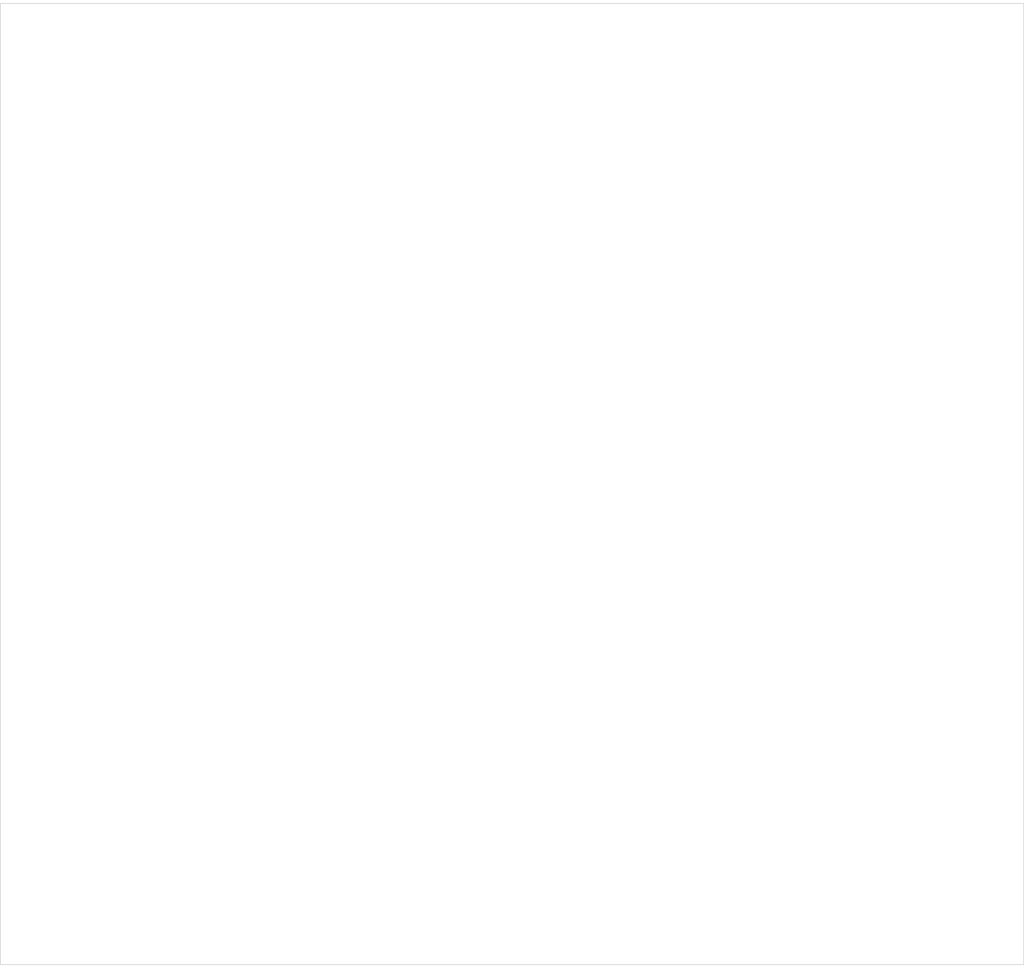
<source format=kicad_pcb>
(kicad_pcb (version 20211014) (generator pcbnew)
  (layers (0 "F.Cu" signal) (31 "B.Cu" signal) (34 "B.Paste" user) (35 "F.Paste" user) (36 "B.SilkS" user "B.Silkscreen") (37 "F.SilkS" user "F.Silkscreen") (38 "B.Mask" user) (39 "F.Mask" user) (44 "Edge.Cuts" user))
  (net 0 "")
  (footprint "MountingHole:MountingHole_3.2mm_M3" (layer "F.Cu") (at 7.5 130.35)
    (fp_text reference "REF**" hide)
    (fp_text value "MountingHole_3.2mm_M3" hide)
    (pad "" np_thru_hole oval locked (at 0 0) (size 7 3.2) (drill oval 7 3.2) (layers F&B.Cu *.Mask))
  )
  (footprint "MountingHole:MountingHole_3.2mm_M3" (layer "F.Cu") (at 134.5 130.35)
    (fp_text reference "REF**" hide)
    (fp_text value "MountingHole_3.2mm_M3" hide)
    (pad "" np_thru_hole oval locked (at 0 0) (size 7 3.2) (drill oval 7 3.2) (layers F&B.Cu *.Mask))
  )
  (footprint "MountingHole:MountingHole_3.2mm_M3" (layer "F.Cu") (at 134.5 3)
    (fp_text reference "REF**" hide)
    (fp_text value "MountingHole_3.2mm_M3" hide)
    (pad "" np_thru_hole oval locked (at 0 0) (size 7 3.2) (drill oval 7 3.2) (layers F&B.Cu *.Mask))
  )
  (footprint "MountingHole:MountingHole_3.2mm_M3" (layer "F.Cu") (at 7.5 3)
    (fp_text reference "REF**" hide)
    (fp_text value "MountingHole_3.2mm_M3" hide)
    (pad "" np_thru_hole oval locked (at 0 0) (size 7 3.2) (drill oval 7 3.2) (layers F&B.Cu *.Mask))
  )
  (gr_line (start 141.9 0) (end 141.9 133.35) (layer "Edge.Cuts") (width 0.1))
  (gr_line (start 0 133.35) (end 0 0) (layer "Edge.Cuts") (width 0.1))
  (gr_line (start 0 0) (end 141.9 0) (layer "Edge.Cuts") (width 0.1))
  (gr_line (start 141.9 133.35) (end 0 133.35) (layer "Edge.Cuts") (width 0.1))
)
</source>
